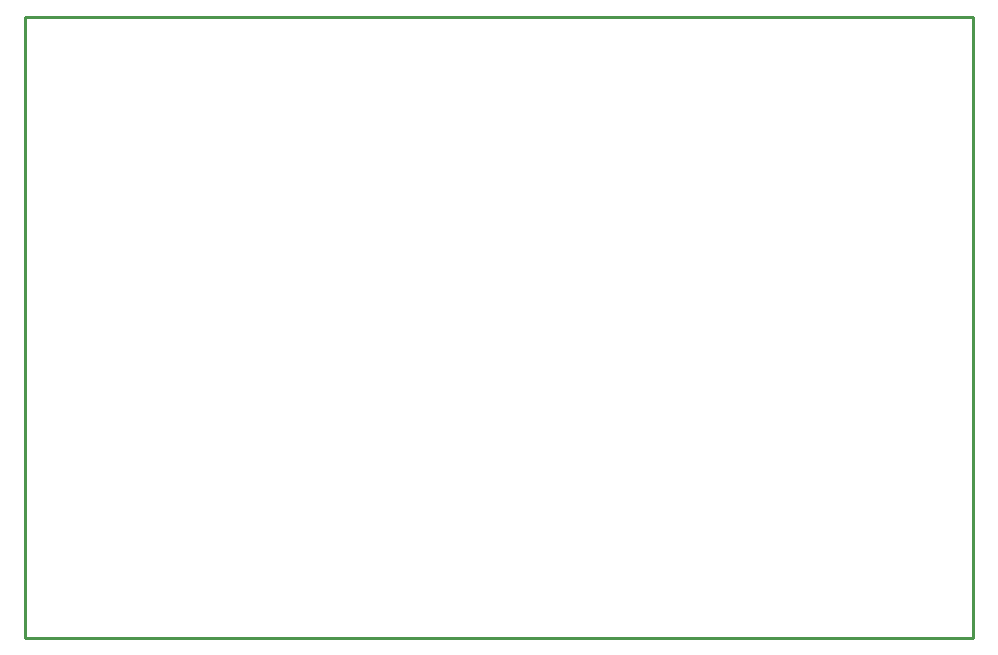
<source format=gko>
G04*
G04 #@! TF.GenerationSoftware,Altium Limited,Altium Designer,21.6.4 (81)*
G04*
G04 Layer_Color=16711935*
%FSLAX25Y25*%
%MOIN*%
G70*
G04*
G04 #@! TF.SameCoordinates,001FDD04-7A3F-48FA-9A57-AA4991743B26*
G04*
G04*
G04 #@! TF.FilePolarity,Positive*
G04*
G01*
G75*
%ADD14C,0.01000*%
D14*
X0Y0D02*
X316000D01*
Y207000D01*
X0D02*
X316000D01*
X0Y0D02*
Y207000D01*
M02*

</source>
